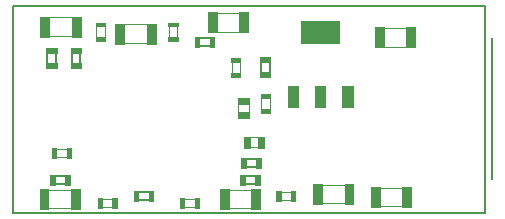
<source format=gbr>
%FSLAX23Y23*%
%MOIN*%
G04 EasyPC Gerber Version 17.0 Build 3379 *
%ADD109C,0.00100*%
%ADD107C,0.00400*%
%ADD78C,0.00500*%
%ADD139C,0.00600*%
X0Y0D02*
D02*
D78*
X1844Y228D02*
X270D01*
Y918*
X1844*
Y228*
X1869Y341D02*
Y810D01*
D02*
D107*
X391Y819D02*
X467D01*
X391Y881D02*
X467D01*
X404Y442D02*
X461D01*
Y415D02*
X404D01*
X465Y244D02*
X389D01*
X465Y306D02*
X389D01*
X549Y803D02*
Y860D01*
X556Y275D02*
X613D01*
X577Y860D02*
Y803D01*
X613Y247D02*
X556D01*
X717Y795D02*
X641D01*
X717Y857D02*
X641D01*
X791Y803D02*
Y860D01*
X819D02*
Y803D01*
X829Y275D02*
X887D01*
Y247D02*
X829D01*
X989Y244D02*
X1065D01*
X989Y306D02*
X1065D01*
X1000Y685D02*
Y742D01*
X1022Y564D02*
Y592D01*
X1026Y832D02*
X950D01*
X1026Y894D02*
X950D01*
X1027Y742D02*
Y685D01*
X1056Y564D02*
Y592D01*
X1087Y447D02*
X1059D01*
X1087Y480D02*
X1059D01*
X1098Y565D02*
Y622D01*
X1126D02*
Y565D01*
X1152Y298D02*
X1209D01*
Y271D02*
X1152D01*
X1300Y261D02*
X1376D01*
X1300Y323D02*
X1376D01*
X1493Y250D02*
X1569D01*
X1493Y312D02*
X1569D01*
X1505Y783D02*
X1581D01*
X1505Y845D02*
X1581D01*
D02*
D109*
X362Y816D02*
X391D01*
Y883*
X362*
Y816*
G36*
X391*
Y883*
X362*
Y816*
G37*
X389Y308D02*
X360D01*
Y241*
X389*
Y308*
G36*
X360*
Y241*
X389*
Y308*
G37*
X394Y321D02*
X410D01*
Y355*
X394*
Y321*
G36*
X410*
Y355*
X394*
Y321*
G37*
X401Y413D02*
X415D01*
Y444*
X401*
Y413*
G36*
X415*
Y444*
X401*
Y413*
G37*
X416Y712D02*
Y728D01*
X382*
Y712*
X416*
G36*
Y728*
X382*
Y712*
X416*
G37*
Y762D02*
Y778D01*
X382*
Y762*
X416*
G36*
Y778*
X382*
Y762*
X416*
G37*
X444Y321D02*
X460D01*
Y355*
X444*
Y321*
G36*
X460*
Y355*
X444*
Y321*
G37*
X451Y413D02*
X464D01*
Y444*
X451*
Y413*
G36*
X464*
Y444*
X451*
Y413*
G37*
X466Y816D02*
X496D01*
Y883*
X466*
Y816*
G36*
X496*
Y883*
X466*
Y816*
G37*
X494Y308D02*
X464D01*
Y241*
X494*
Y308*
G36*
X464*
Y241*
X494*
Y308*
G37*
X497Y712D02*
Y728D01*
X463*
Y712*
X497*
G36*
Y728*
X463*
Y712*
X497*
G37*
Y762D02*
Y778D01*
X463*
Y762*
X497*
G36*
Y778*
X463*
Y762*
X497*
G37*
X553Y245D02*
X567D01*
Y277*
X553*
Y245*
G36*
X567*
Y277*
X553*
Y245*
G37*
X578Y800D02*
Y814D01*
X547*
Y800*
X578*
G36*
Y814*
X547*
Y800*
X578*
G37*
Y850D02*
Y863D01*
X547*
Y850*
X578*
G36*
Y863*
X547*
Y850*
X578*
G37*
X602Y245D02*
X616D01*
Y277*
X602*
Y245*
G36*
X616*
Y277*
X602*
Y245*
G37*
X641Y859D02*
X612D01*
Y792*
X641*
Y859*
G36*
X612*
Y792*
X641*
Y859*
G37*
X689Y302D02*
X673D01*
Y268*
X689*
Y302*
G36*
X673*
Y268*
X689*
Y302*
G37*
X739D02*
X723D01*
Y268*
X739*
Y302*
G36*
X723*
Y268*
X739*
Y302*
G37*
X746Y859D02*
X716D01*
Y792*
X746*
Y859*
G36*
X716*
Y792*
X746*
Y859*
G37*
X789Y814D02*
Y800D01*
X821*
Y814*
X789*
G36*
Y800*
X821*
Y814*
X789*
G37*
Y863D02*
Y850D01*
X821*
Y863*
X789*
G36*
Y850*
X821*
Y863*
X789*
G37*
X827Y245D02*
X840D01*
Y277*
X827*
Y245*
G36*
X840*
Y277*
X827*
Y245*
G37*
X876D02*
X890D01*
Y277*
X876*
Y245*
G36*
X890*
Y277*
X876*
Y245*
G37*
X892Y815D02*
X876D01*
Y781*
X892*
Y815*
G36*
X876*
Y781*
X892*
Y815*
G37*
X942D02*
X926D01*
Y781*
X942*
Y815*
G36*
X926*
Y781*
X942*
Y815*
G37*
X950Y897D02*
X921D01*
Y830*
X950*
Y897*
G36*
X921*
Y830*
X950*
Y897*
G37*
X960Y241D02*
X990D01*
Y308*
X960*
Y241*
G36*
X990*
Y308*
X960*
Y241*
G37*
X998Y696D02*
Y682D01*
X1029*
Y696*
X998*
G36*
Y682*
X1029*
Y696*
X998*
G37*
Y745D02*
Y731D01*
X1029*
Y745*
X998*
G36*
Y731*
X1029*
Y745*
X998*
G37*
X1028Y321D02*
X1044D01*
Y355*
X1028*
Y321*
G36*
X1044*
Y355*
X1028*
Y321*
G37*
X1032Y378D02*
X1048D01*
Y412*
X1032*
Y378*
G36*
X1048*
Y412*
X1032*
Y378*
G37*
X1055Y897D02*
X1025D01*
Y830*
X1055*
Y897*
G36*
X1025*
Y830*
X1055*
Y897*
G37*
X1058Y545D02*
Y565D01*
X1020*
Y545*
X1058*
G36*
Y565*
X1020*
Y545*
X1058*
G37*
Y591D02*
Y611D01*
X1020*
Y591*
X1058*
G36*
Y611*
X1020*
Y591*
X1058*
G37*
X1060Y482D02*
X1040D01*
Y445*
X1060*
Y482*
G36*
X1040*
Y445*
X1060*
Y482*
G37*
X1065Y241D02*
X1094D01*
Y308*
X1065*
Y241*
G36*
X1094*
Y308*
X1065*
Y241*
G37*
X1078Y321D02*
X1094D01*
Y355*
X1078*
Y321*
G36*
X1094*
Y355*
X1078*
Y321*
G37*
X1082Y378D02*
X1098D01*
Y412*
X1082*
Y378*
G36*
X1098*
Y412*
X1082*
Y378*
G37*
X1106Y482D02*
X1086D01*
Y445*
X1106*
Y482*
G36*
X1086*
Y445*
X1106*
Y482*
G37*
X1128Y562D02*
Y576D01*
X1096*
Y562*
X1128*
G36*
Y576*
X1096*
Y562*
X1128*
G37*
Y611D02*
Y625D01*
X1096*
Y611*
X1128*
G36*
Y625*
X1096*
Y611*
X1128*
G37*
X1129Y683D02*
Y699D01*
X1095*
Y683*
X1129*
G36*
Y699*
X1095*
Y683*
X1129*
G37*
Y733D02*
Y749D01*
X1095*
Y733*
X1129*
G36*
Y749*
X1095*
Y733*
X1129*
G37*
X1149Y269D02*
X1163D01*
Y300*
X1149*
Y269*
G36*
X1163*
Y300*
X1149*
Y269*
G37*
X1187Y580D02*
X1221D01*
Y653*
X1187*
Y580*
G36*
X1221*
Y653*
X1187*
Y580*
G37*
X1221*
Y653*
X1187*
Y580*
G36*
X1221*
Y653*
X1187*
Y580*
G37*
X1199Y269D02*
X1212D01*
Y300*
X1199*
Y269*
G36*
X1212*
Y300*
X1199*
Y269*
G37*
X1232Y795D02*
X1358D01*
Y868*
X1232*
Y795*
G36*
X1358*
Y868*
X1232*
Y795*
G37*
X1358*
Y868*
X1232*
Y795*
G36*
X1358*
Y868*
X1232*
Y795*
G37*
X1271Y259D02*
X1301D01*
Y326*
X1271*
Y259*
G36*
X1301*
Y326*
X1271*
Y259*
G37*
X1278Y580D02*
X1312D01*
Y653*
X1278*
Y580*
G36*
X1312*
Y653*
X1278*
Y580*
G37*
X1312*
Y653*
X1278*
Y580*
G36*
X1312*
Y653*
X1278*
Y580*
G37*
X1369D02*
X1403D01*
Y653*
X1369*
Y580*
G36*
X1403*
Y653*
X1369*
Y580*
G37*
X1403*
Y653*
X1369*
Y580*
G36*
X1403*
Y653*
X1369*
Y580*
G37*
X1376Y259D02*
X1405D01*
Y326*
X1376*
Y259*
G36*
X1405*
Y326*
X1376*
Y259*
G37*
X1464Y247D02*
X1494D01*
Y314*
X1464*
Y247*
G36*
X1494*
Y314*
X1464*
Y247*
G37*
X1476Y781D02*
X1506D01*
Y848*
X1476*
Y781*
G36*
X1506*
Y848*
X1476*
Y781*
G37*
X1569Y247D02*
X1598D01*
Y314*
X1569*
Y247*
G36*
X1598*
Y314*
X1569*
Y247*
G37*
X1581Y781D02*
X1610D01*
Y848*
X1581*
Y781*
G36*
X1610*
Y848*
X1581*
Y781*
G37*
D02*
D139*
X385Y762D02*
Y728D01*
X410Y324D02*
X444D01*
X413Y728D02*
Y762D01*
X444Y352D02*
X410D01*
X466Y762D02*
Y728D01*
X494D02*
Y762D01*
X689Y271D02*
X723D01*
Y299D02*
X689D01*
X892Y784D02*
X926D01*
Y812D02*
X892D01*
X1044Y324D02*
X1078D01*
X1048Y381D02*
X1082D01*
X1078Y352D02*
X1044D01*
X1082Y409D02*
X1048D01*
X1098Y733D02*
Y699D01*
X1126D02*
Y733D01*
X0Y0D02*
M02*

</source>
